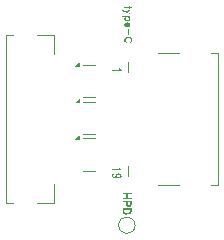
<source format=gbr>
%TF.GenerationSoftware,KiCad,Pcbnew,8.99.0-344-gfbc433deaa*%
%TF.CreationDate,2024-04-11T03:20:37-04:00*%
%TF.ProjectId,typeC,74797065-432e-46b6-9963-61645f706362,rev?*%
%TF.SameCoordinates,Original*%
%TF.FileFunction,Legend,Top*%
%TF.FilePolarity,Positive*%
%FSLAX46Y46*%
G04 Gerber Fmt 4.6, Leading zero omitted, Abs format (unit mm)*
G04 Created by KiCad (PCBNEW 8.99.0-344-gfbc433deaa) date 2024-04-11 03:20:37*
%MOMM*%
%LPD*%
G01*
G04 APERTURE LIST*
%ADD10C,0.160000*%
%ADD11C,0.125000*%
%ADD12C,0.150000*%
%ADD13C,0.100000*%
%ADD14C,0.120000*%
G04 APERTURE END LIST*
D10*
G36*
X173802227Y-104244120D02*
G01*
X173820252Y-104255550D01*
X173831683Y-104273136D01*
X173835419Y-104293359D01*
X173831683Y-104345236D01*
X173820252Y-104361723D01*
X173802666Y-104373153D01*
X173782663Y-104378209D01*
X173525915Y-104378209D01*
X173525915Y-104644190D01*
X173785740Y-104644190D01*
X173806184Y-104649245D01*
X173823989Y-104660676D01*
X173835419Y-104677162D01*
X173839156Y-104697386D01*
X173835419Y-104749263D01*
X173823989Y-104767068D01*
X173806184Y-104778499D01*
X173785740Y-104782236D01*
X173129142Y-104782236D01*
X173108919Y-104778499D01*
X173090894Y-104767068D01*
X173079463Y-104749263D01*
X173075727Y-104697386D01*
X173079463Y-104677162D01*
X173090894Y-104660676D01*
X173108479Y-104649245D01*
X173128483Y-104644190D01*
X173385231Y-104644190D01*
X173385231Y-104378209D01*
X173125405Y-104378209D01*
X173104962Y-104373153D01*
X173087157Y-104361723D01*
X173075727Y-104345236D01*
X173071990Y-104325013D01*
X173075727Y-104273356D01*
X173087157Y-104255550D01*
X173104962Y-104244120D01*
X173125405Y-104240383D01*
X173782004Y-104240383D01*
X173802227Y-104244120D01*
G37*
G36*
X173806184Y-104923799D02*
G01*
X173823989Y-104935229D01*
X173835419Y-104951716D01*
X173835419Y-104973258D01*
X173835419Y-105253087D01*
X173830364Y-105275728D01*
X173798490Y-105339036D01*
X173757823Y-105383439D01*
X173680228Y-105425205D01*
X173657366Y-105430261D01*
X173563284Y-105430261D01*
X173539104Y-105425205D01*
X173476895Y-105393551D01*
X173432272Y-105353104D01*
X173390287Y-105275728D01*
X173385231Y-105253087D01*
X173385231Y-105056789D01*
X173525915Y-105056789D01*
X173525915Y-105240338D01*
X173543061Y-105275728D01*
X173577572Y-105292215D01*
X173644177Y-105292215D01*
X173678689Y-105275728D01*
X173694736Y-105240338D01*
X173694736Y-105056789D01*
X173525915Y-105056789D01*
X173385231Y-105056789D01*
X173128483Y-105056789D01*
X173108479Y-105053052D01*
X173090894Y-105041622D01*
X173079463Y-105023816D01*
X173075727Y-105003593D01*
X173079463Y-104951716D01*
X173090894Y-104935229D01*
X173108919Y-104923799D01*
X173129142Y-104920062D01*
X173785740Y-104920062D01*
X173806184Y-104923799D01*
G37*
G36*
X173805964Y-105541929D02*
G01*
X173823989Y-105553359D01*
X173835419Y-105569846D01*
X173835419Y-105591388D01*
X173835419Y-105809008D01*
X173801128Y-105919137D01*
X173788598Y-105939361D01*
X173712541Y-106011681D01*
X173642858Y-106045753D01*
X173550535Y-106076308D01*
X173378417Y-106080044D01*
X173268288Y-106045753D01*
X173198605Y-106011681D01*
X173122548Y-105939361D01*
X173110018Y-105919137D01*
X173075727Y-105809008D01*
X173075727Y-105674919D01*
X173216410Y-105674919D01*
X173216410Y-105800215D01*
X173240151Y-105873635D01*
X173256417Y-105888802D01*
X173306536Y-105915400D01*
X173386770Y-105941998D01*
X173524376Y-105941998D01*
X173604610Y-105915400D01*
X173654729Y-105888802D01*
X173670995Y-105873635D01*
X173694736Y-105800215D01*
X173694736Y-105674919D01*
X173216410Y-105674919D01*
X173075727Y-105674919D01*
X173075727Y-105591388D01*
X173075727Y-105569846D01*
X173087157Y-105553359D01*
X173105182Y-105541929D01*
X173125625Y-105538192D01*
X173785521Y-105538192D01*
X173805964Y-105541929D01*
G37*
D11*
G36*
X173694482Y-88414152D02*
G01*
X173704643Y-88420795D01*
X173712458Y-88432128D01*
X173714608Y-88499734D01*
X173881865Y-88499734D01*
X173893980Y-88502079D01*
X173903749Y-88508722D01*
X173910393Y-88518883D01*
X173912542Y-88531193D01*
X173912542Y-88560502D01*
X173912542Y-88572812D01*
X173905899Y-88582972D01*
X173895738Y-88589616D01*
X173883428Y-88591960D01*
X173712458Y-88591960D01*
X173712458Y-88648234D01*
X173712458Y-88659371D01*
X173704643Y-88669532D01*
X173694482Y-88676371D01*
X173683345Y-88679692D01*
X173654035Y-88679692D01*
X173641726Y-88676371D01*
X173631565Y-88669532D01*
X173624922Y-88659371D01*
X173622577Y-88591960D01*
X173269304Y-88591960D01*
X173256604Y-88589616D01*
X173246443Y-88582972D01*
X173239604Y-88572812D01*
X173237260Y-88531193D01*
X173239604Y-88518883D01*
X173246443Y-88508722D01*
X173256604Y-88502079D01*
X173269304Y-88499734D01*
X173622577Y-88499734D01*
X173622577Y-88443461D01*
X173624922Y-88432128D01*
X173631565Y-88420795D01*
X173641726Y-88414152D01*
X173654035Y-88411807D01*
X173683345Y-88411807D01*
X173694482Y-88414152D01*
G37*
G36*
X173692137Y-88732644D02*
G01*
X173702298Y-88739483D01*
X173710114Y-88749448D01*
X173712458Y-88790090D01*
X173710114Y-88802400D01*
X173702298Y-88812561D01*
X173692137Y-88819399D01*
X173413114Y-88936441D01*
X173694287Y-89053482D01*
X173704447Y-89060125D01*
X173712458Y-89070286D01*
X173714608Y-89082595D01*
X173712458Y-89123237D01*
X173704643Y-89133398D01*
X173694482Y-89140041D01*
X173683149Y-89142386D01*
X173670644Y-89140041D01*
X173056324Y-88877822D01*
X173046164Y-88870983D01*
X173039520Y-88861018D01*
X173037176Y-88848513D01*
X173039520Y-88806894D01*
X173056324Y-88791263D01*
X173068634Y-88787746D01*
X173081139Y-88791263D01*
X173302717Y-88889155D01*
X173668495Y-88732644D01*
X173679828Y-88730300D01*
X173692137Y-88732644D01*
G37*
G36*
X173694482Y-89253175D02*
G01*
X173704643Y-89260013D01*
X173712458Y-89269979D01*
X173712458Y-89282484D01*
X173712458Y-89310425D01*
X173710309Y-89322930D01*
X173702884Y-89332896D01*
X173693114Y-89339734D01*
X173671816Y-89342079D01*
X173682172Y-89355561D01*
X173712458Y-89414180D01*
X173712458Y-89427662D01*
X173712458Y-89515394D01*
X173708941Y-89528876D01*
X173673575Y-89595310D01*
X173614175Y-89653733D01*
X173601670Y-89661549D01*
X173502214Y-89692030D01*
X173433826Y-89690858D01*
X173344726Y-89661549D01*
X173332026Y-89653733D01*
X173266959Y-89587299D01*
X173237260Y-89528876D01*
X173237260Y-89515394D01*
X173237260Y-89507578D01*
X173324796Y-89507578D01*
X173349416Y-89554863D01*
X173370714Y-89574989D01*
X173449458Y-89599804D01*
X173500260Y-89599804D01*
X173579004Y-89574989D01*
X173600302Y-89554863D01*
X173624922Y-89507578D01*
X173624922Y-89435478D01*
X173576659Y-89342079D01*
X173373059Y-89342079D01*
X173324796Y-89435478D01*
X173324796Y-89507578D01*
X173237260Y-89507578D01*
X173237260Y-89427662D01*
X173240386Y-89414180D01*
X173268327Y-89355561D01*
X173277902Y-89342079D01*
X173068048Y-89342079D01*
X173055934Y-89339734D01*
X173045969Y-89333091D01*
X173039325Y-89322930D01*
X173037176Y-89310621D01*
X173039520Y-89269979D01*
X173046164Y-89259818D01*
X173056324Y-89253175D01*
X173068830Y-89250830D01*
X173683149Y-89250830D01*
X173694482Y-89253175D01*
G37*
G36*
X173604992Y-89831542D02*
G01*
X173617692Y-89839358D01*
X173677092Y-89896803D01*
X173712458Y-89964214D01*
X173712458Y-89977697D01*
X173712458Y-90065624D01*
X173708941Y-90079106D01*
X173678851Y-90137529D01*
X173633910Y-90181493D01*
X173574901Y-90209630D01*
X173559855Y-90212951D01*
X173469779Y-90212951D01*
X173458055Y-90210802D01*
X173447699Y-90203963D01*
X173439688Y-90193803D01*
X173437343Y-90181493D01*
X173437343Y-89904619D01*
X173524880Y-89904619D01*
X173524880Y-90121898D01*
X173547936Y-90121898D01*
X173599325Y-90100404D01*
X173624922Y-90057613D01*
X173624922Y-89985708D01*
X173596590Y-89938422D01*
X173572165Y-89918101D01*
X173524880Y-89904619D01*
X173437343Y-89904619D01*
X173437343Y-89895631D01*
X173369151Y-89918101D01*
X173348634Y-89938422D01*
X173324796Y-89985708D01*
X173324796Y-90057613D01*
X173346290Y-90100404D01*
X173394552Y-90124047D01*
X173410379Y-90142023D01*
X173409206Y-90165666D01*
X173374426Y-90203963D01*
X173363093Y-90210802D01*
X173351956Y-90212951D01*
X173339451Y-90210802D01*
X173329290Y-90203963D01*
X173271649Y-90145540D01*
X173237260Y-90079106D01*
X173237260Y-90065624D01*
X173237260Y-89977697D01*
X173240777Y-89964214D01*
X173270477Y-89905792D01*
X173335543Y-89839358D01*
X173348048Y-89831542D01*
X173437148Y-89802233D01*
X173515892Y-89802233D01*
X173604992Y-89831542D01*
G37*
G36*
X173569234Y-90352854D02*
G01*
X173578809Y-90359497D01*
X173585257Y-90369658D01*
X173587406Y-90381967D01*
X173587406Y-90877292D01*
X173585257Y-90889602D01*
X173578809Y-90899762D01*
X173569234Y-90906406D01*
X173529765Y-90908750D01*
X173518041Y-90906406D01*
X173508467Y-90899762D01*
X173502019Y-90889602D01*
X173499869Y-90877292D01*
X173499869Y-90381967D01*
X173502019Y-90369658D01*
X173508467Y-90359497D01*
X173518041Y-90352854D01*
X173557511Y-90350509D01*
X173569234Y-90352854D01*
G37*
G36*
X173329290Y-91507243D02*
G01*
X173271649Y-91448625D01*
X173237260Y-91382191D01*
X173237260Y-91368709D01*
X173237260Y-91251667D01*
X173240581Y-91238185D01*
X173275752Y-91170774D01*
X173334566Y-91113328D01*
X173401195Y-91078353D01*
X173492835Y-91046894D01*
X173650128Y-91045722D01*
X173747434Y-91076203D01*
X173810742Y-91106685D01*
X173877567Y-91170774D01*
X173912542Y-91238185D01*
X173912542Y-91251667D01*
X173912542Y-91368709D01*
X173909416Y-91382191D01*
X173876199Y-91448625D01*
X173820511Y-91507243D01*
X173754077Y-91542023D01*
X173741572Y-91545540D01*
X173728090Y-91543196D01*
X173717929Y-91536552D01*
X173711286Y-91526392D01*
X173707964Y-91513886D01*
X173710114Y-91473440D01*
X173725941Y-91456636D01*
X173779869Y-91429476D01*
X173801363Y-91408178D01*
X173825005Y-91360893D01*
X173825005Y-91259679D01*
X173802144Y-91214542D01*
X173723987Y-91163935D01*
X173643680Y-91138143D01*
X173506122Y-91138143D01*
X173425815Y-91163935D01*
X173347657Y-91214542D01*
X173324796Y-91259679D01*
X173324796Y-91360893D01*
X173348439Y-91408178D01*
X173369932Y-91429476D01*
X173432849Y-91463279D01*
X173441837Y-91484773D01*
X173440860Y-91516231D01*
X173431872Y-91536552D01*
X173419367Y-91544368D01*
X173408229Y-91545540D01*
X173396897Y-91543196D01*
X173329290Y-91507243D01*
G37*
D12*
G36*
X172840935Y-102136104D02*
G01*
X172856566Y-102143431D01*
X172897355Y-102201500D01*
X173011172Y-102289244D01*
X173014103Y-102300785D01*
X173011172Y-102312325D01*
X173002868Y-102321851D01*
X172990167Y-102328079D01*
X172974780Y-102330277D01*
X172209323Y-102330277D01*
X172193935Y-102328079D01*
X172181235Y-102321851D01*
X172172930Y-102312325D01*
X172170000Y-102273307D01*
X172172930Y-102261767D01*
X172181235Y-102252241D01*
X172193935Y-102246013D01*
X172209323Y-102243815D01*
X172807229Y-102243815D01*
X172793307Y-102232091D01*
X172753740Y-102165596D01*
X172755205Y-102154056D01*
X172763754Y-102143431D01*
X172776454Y-102137203D01*
X172791842Y-102134089D01*
X172840935Y-102136104D01*
G37*
G36*
X172877327Y-102625750D02*
G01*
X172892958Y-102633077D01*
X172966231Y-102687848D01*
X172976001Y-102699572D01*
X173012637Y-102780722D01*
X173014103Y-102817725D01*
X172976001Y-102909499D01*
X172966231Y-102921039D01*
X172892958Y-102974895D01*
X172874640Y-102983321D01*
X172719546Y-103010799D01*
X172536364Y-103010799D01*
X172346099Y-102983321D01*
X172332177Y-102979108D01*
X172213719Y-102917925D01*
X172170000Y-102827250D01*
X172168534Y-102762770D01*
X172205170Y-102672095D01*
X172213230Y-102661470D01*
X172295052Y-102627765D01*
X172310439Y-102624651D01*
X172325826Y-102625750D01*
X172339993Y-102631978D01*
X172348541Y-102641503D01*
X172352693Y-102654143D01*
X172349762Y-102692062D01*
X172330223Y-102707998D01*
X172301891Y-102718440D01*
X172279420Y-102768082D01*
X172279420Y-102812412D01*
X172305310Y-102869382D01*
X172367103Y-102898874D01*
X172508276Y-102920123D01*
X172499972Y-102909499D01*
X172463335Y-102827250D01*
X172463335Y-102812412D01*
X172576664Y-102812412D01*
X172597669Y-102858757D01*
X172624291Y-102889532D01*
X172663859Y-102909499D01*
X172721500Y-102923237D01*
X172819930Y-102905286D01*
X172850949Y-102889532D01*
X172877571Y-102858757D01*
X172898820Y-102812412D01*
X172898820Y-102795560D01*
X172877571Y-102749031D01*
X172850949Y-102718440D01*
X172811625Y-102698473D01*
X172749588Y-102683635D01*
X172725652Y-102683635D01*
X172663859Y-102698473D01*
X172624291Y-102718440D01*
X172597669Y-102749031D01*
X172576664Y-102795560D01*
X172576664Y-102812412D01*
X172463335Y-102812412D01*
X172463335Y-102780722D01*
X172499972Y-102699572D01*
X172508276Y-102687848D01*
X172581549Y-102633077D01*
X172596936Y-102625750D01*
X172706845Y-102598272D01*
X172767418Y-102598272D01*
X172877327Y-102625750D01*
G37*
G36*
X172840935Y-93681472D02*
G01*
X172856566Y-93691242D01*
X172897355Y-93768667D01*
X173011172Y-93885659D01*
X173014103Y-93901046D01*
X173011172Y-93916434D01*
X173002868Y-93929134D01*
X172990167Y-93937438D01*
X172974780Y-93940369D01*
X172209323Y-93940369D01*
X172193935Y-93937438D01*
X172181235Y-93929134D01*
X172172930Y-93916434D01*
X172170000Y-93864410D01*
X172172930Y-93849023D01*
X172181235Y-93836322D01*
X172193935Y-93828018D01*
X172209323Y-93825087D01*
X172807229Y-93825087D01*
X172793307Y-93809455D01*
X172753740Y-93720795D01*
X172755205Y-93705408D01*
X172763754Y-93691242D01*
X172776454Y-93682937D01*
X172791842Y-93678785D01*
X172840935Y-93681472D01*
G37*
D13*
%TO.C,J3*%
X181150000Y-92400000D02*
X180550000Y-92400000D01*
X176050000Y-92400000D02*
X177850000Y-92400000D01*
X173550000Y-94000000D02*
X173550000Y-93200000D01*
X173550000Y-102800000D02*
X173550000Y-102000000D01*
X181150000Y-103600000D02*
X181150000Y-92400000D01*
X180550000Y-103600000D02*
X181150000Y-103600000D01*
X176050000Y-103600000D02*
X177850000Y-103600000D01*
D14*
%TO.C,U3*%
X170737500Y-99640000D02*
X169737500Y-99640000D01*
X170737500Y-102360000D02*
X169737500Y-102360000D01*
X169347500Y-99690000D02*
X169067500Y-99690000D01*
X169347500Y-99410000D01*
X169347500Y-99690000D01*
G36*
X169347500Y-99690000D02*
G01*
X169067500Y-99690000D01*
X169347500Y-99410000D01*
X169347500Y-99690000D01*
G37*
%TO.C,U2*%
X170762500Y-96540000D02*
X169762500Y-96540000D01*
X170762500Y-99260000D02*
X169762500Y-99260000D01*
X169372500Y-96590000D02*
X169092500Y-96590000D01*
X169372500Y-96310000D01*
X169372500Y-96590000D01*
G36*
X169372500Y-96590000D02*
G01*
X169092500Y-96590000D01*
X169372500Y-96310000D01*
X169372500Y-96590000D01*
G37*
%TO.C,U1*%
X170750000Y-93440000D02*
X169750000Y-93440000D01*
X170750000Y-96160000D02*
X169750000Y-96160000D01*
X169360000Y-93490000D02*
X169080000Y-93490000D01*
X169360000Y-93210000D01*
X169360000Y-93490000D01*
G36*
X169360000Y-93490000D02*
G01*
X169080000Y-93490000D01*
X169360000Y-93210000D01*
X169360000Y-93490000D01*
G37*
D13*
%TO.C,J2*%
X163200000Y-90900000D02*
X163800000Y-90900000D01*
X163200000Y-105100000D02*
X163200000Y-90900000D01*
X163800000Y-105100000D02*
X163200000Y-105100000D01*
X165800000Y-90900000D02*
X167300000Y-90900000D01*
X167300000Y-90900000D02*
X167300000Y-92500000D01*
X167300000Y-103500000D02*
X167300000Y-105100000D01*
X167300000Y-105100000D02*
X165800000Y-105100000D01*
D14*
%TO.C,HPD1*%
X174138318Y-106991566D02*
G75*
G02*
X172738318Y-106991566I-700000J0D01*
G01*
X172738318Y-106991566D02*
G75*
G02*
X174138318Y-106991566I700000J0D01*
G01*
%TD*%
M02*

</source>
